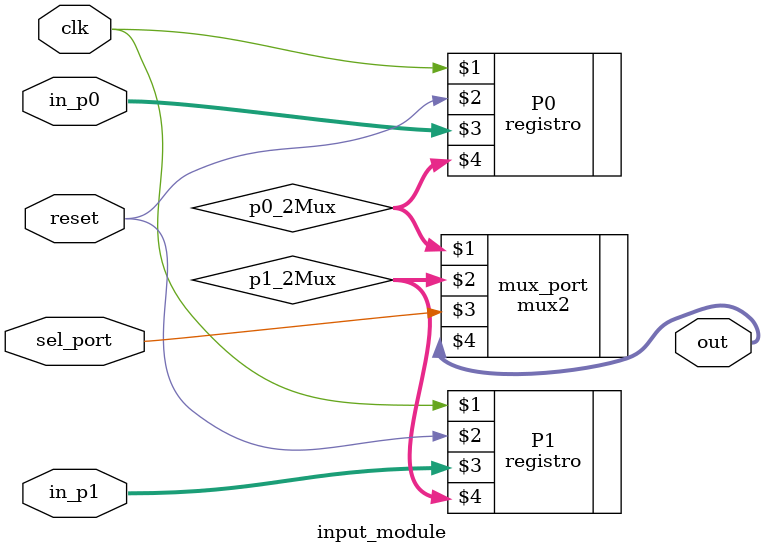
<source format=v>
module input_module ( input wire clk, reset, sel_port, input wire [7:0] in_p0, in_p1, output wire [7:0] out);
    
    wire [7:0] p0_2Mux, p1_2Mux;

    registro P0(clk, reset, in_p0, p0_2Mux);

    registro P1(clk, reset, in_p1, p1_2Mux);

    mux2 mux_port(p0_2Mux, p1_2Mux, sel_port, out);
    

endmodule
</source>
